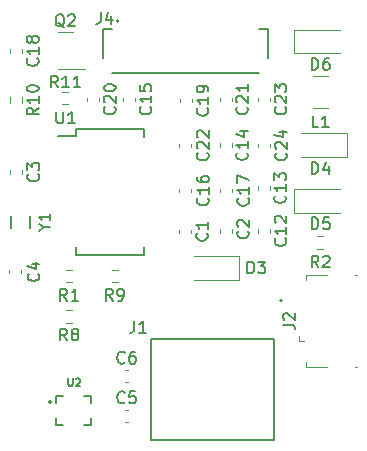
<source format=gbr>
%TF.GenerationSoftware,KiCad,Pcbnew,7.0.2*%
%TF.CreationDate,2024-01-28T17:58:16-05:00*%
%TF.ProjectId,E-INK Watch,452d494e-4b20-4576-9174-63682e6b6963,rev?*%
%TF.SameCoordinates,Original*%
%TF.FileFunction,Legend,Top*%
%TF.FilePolarity,Positive*%
%FSLAX46Y46*%
G04 Gerber Fmt 4.6, Leading zero omitted, Abs format (unit mm)*
G04 Created by KiCad (PCBNEW 7.0.2) date 2024-01-28 17:58:16*
%MOMM*%
%LPD*%
G01*
G04 APERTURE LIST*
%ADD10C,0.150000*%
%ADD11C,0.127000*%
%ADD12C,0.200000*%
%ADD13C,0.120000*%
G04 APERTURE END LIST*
D10*
X104927380Y-116392857D02*
X104975000Y-116440476D01*
X104975000Y-116440476D02*
X105022619Y-116583333D01*
X105022619Y-116583333D02*
X105022619Y-116678571D01*
X105022619Y-116678571D02*
X104975000Y-116821428D01*
X104975000Y-116821428D02*
X104879761Y-116916666D01*
X104879761Y-116916666D02*
X104784523Y-116964285D01*
X104784523Y-116964285D02*
X104594047Y-117011904D01*
X104594047Y-117011904D02*
X104451190Y-117011904D01*
X104451190Y-117011904D02*
X104260714Y-116964285D01*
X104260714Y-116964285D02*
X104165476Y-116916666D01*
X104165476Y-116916666D02*
X104070238Y-116821428D01*
X104070238Y-116821428D02*
X104022619Y-116678571D01*
X104022619Y-116678571D02*
X104022619Y-116583333D01*
X104022619Y-116583333D02*
X104070238Y-116440476D01*
X104070238Y-116440476D02*
X104117857Y-116392857D01*
X105022619Y-115440476D02*
X105022619Y-116011904D01*
X105022619Y-115726190D02*
X104022619Y-115726190D01*
X104022619Y-115726190D02*
X104165476Y-115821428D01*
X104165476Y-115821428D02*
X104260714Y-115916666D01*
X104260714Y-115916666D02*
X104308333Y-116011904D01*
X104022619Y-115107142D02*
X104022619Y-114488095D01*
X104022619Y-114488095D02*
X104403571Y-114821428D01*
X104403571Y-114821428D02*
X104403571Y-114678571D01*
X104403571Y-114678571D02*
X104451190Y-114583333D01*
X104451190Y-114583333D02*
X104498809Y-114535714D01*
X104498809Y-114535714D02*
X104594047Y-114488095D01*
X104594047Y-114488095D02*
X104832142Y-114488095D01*
X104832142Y-114488095D02*
X104927380Y-114535714D01*
X104927380Y-114535714D02*
X104975000Y-114583333D01*
X104975000Y-114583333D02*
X105022619Y-114678571D01*
X105022619Y-114678571D02*
X105022619Y-114964285D01*
X105022619Y-114964285D02*
X104975000Y-115059523D01*
X104975000Y-115059523D02*
X104927380Y-115107142D01*
%TO.C,U2*%
X86604380Y-131869676D02*
X86604380Y-132387771D01*
X86604380Y-132387771D02*
X86634857Y-132448723D01*
X86634857Y-132448723D02*
X86665333Y-132479200D01*
X86665333Y-132479200D02*
X86726285Y-132509676D01*
X86726285Y-132509676D02*
X86848190Y-132509676D01*
X86848190Y-132509676D02*
X86909142Y-132479200D01*
X86909142Y-132479200D02*
X86939619Y-132448723D01*
X86939619Y-132448723D02*
X86970095Y-132387771D01*
X86970095Y-132387771D02*
X86970095Y-131869676D01*
X87244380Y-131930628D02*
X87274856Y-131900152D01*
X87274856Y-131900152D02*
X87335809Y-131869676D01*
X87335809Y-131869676D02*
X87488190Y-131869676D01*
X87488190Y-131869676D02*
X87549142Y-131900152D01*
X87549142Y-131900152D02*
X87579618Y-131930628D01*
X87579618Y-131930628D02*
X87610095Y-131991580D01*
X87610095Y-131991580D02*
X87610095Y-132052533D01*
X87610095Y-132052533D02*
X87579618Y-132143961D01*
X87579618Y-132143961D02*
X87213904Y-132509676D01*
X87213904Y-132509676D02*
X87610095Y-132509676D01*
%TO.C,Q2*%
X86264761Y-102157857D02*
X86169523Y-102110238D01*
X86169523Y-102110238D02*
X86074285Y-102015000D01*
X86074285Y-102015000D02*
X85931428Y-101872142D01*
X85931428Y-101872142D02*
X85836190Y-101824523D01*
X85836190Y-101824523D02*
X85740952Y-101824523D01*
X85788571Y-102062619D02*
X85693333Y-102015000D01*
X85693333Y-102015000D02*
X85598095Y-101919761D01*
X85598095Y-101919761D02*
X85550476Y-101729285D01*
X85550476Y-101729285D02*
X85550476Y-101395952D01*
X85550476Y-101395952D02*
X85598095Y-101205476D01*
X85598095Y-101205476D02*
X85693333Y-101110238D01*
X85693333Y-101110238D02*
X85788571Y-101062619D01*
X85788571Y-101062619D02*
X85979047Y-101062619D01*
X85979047Y-101062619D02*
X86074285Y-101110238D01*
X86074285Y-101110238D02*
X86169523Y-101205476D01*
X86169523Y-101205476D02*
X86217142Y-101395952D01*
X86217142Y-101395952D02*
X86217142Y-101729285D01*
X86217142Y-101729285D02*
X86169523Y-101919761D01*
X86169523Y-101919761D02*
X86074285Y-102015000D01*
X86074285Y-102015000D02*
X85979047Y-102062619D01*
X85979047Y-102062619D02*
X85788571Y-102062619D01*
X86598095Y-101157857D02*
X86645714Y-101110238D01*
X86645714Y-101110238D02*
X86740952Y-101062619D01*
X86740952Y-101062619D02*
X86979047Y-101062619D01*
X86979047Y-101062619D02*
X87074285Y-101110238D01*
X87074285Y-101110238D02*
X87121904Y-101157857D01*
X87121904Y-101157857D02*
X87169523Y-101253095D01*
X87169523Y-101253095D02*
X87169523Y-101348333D01*
X87169523Y-101348333D02*
X87121904Y-101491190D01*
X87121904Y-101491190D02*
X86550476Y-102062619D01*
X86550476Y-102062619D02*
X87169523Y-102062619D01*
%TO.C,D5*%
X107211905Y-119242619D02*
X107211905Y-118242619D01*
X107211905Y-118242619D02*
X107450000Y-118242619D01*
X107450000Y-118242619D02*
X107592857Y-118290238D01*
X107592857Y-118290238D02*
X107688095Y-118385476D01*
X107688095Y-118385476D02*
X107735714Y-118480714D01*
X107735714Y-118480714D02*
X107783333Y-118671190D01*
X107783333Y-118671190D02*
X107783333Y-118814047D01*
X107783333Y-118814047D02*
X107735714Y-119004523D01*
X107735714Y-119004523D02*
X107688095Y-119099761D01*
X107688095Y-119099761D02*
X107592857Y-119195000D01*
X107592857Y-119195000D02*
X107450000Y-119242619D01*
X107450000Y-119242619D02*
X107211905Y-119242619D01*
X108688095Y-118242619D02*
X108211905Y-118242619D01*
X108211905Y-118242619D02*
X108164286Y-118718809D01*
X108164286Y-118718809D02*
X108211905Y-118671190D01*
X108211905Y-118671190D02*
X108307143Y-118623571D01*
X108307143Y-118623571D02*
X108545238Y-118623571D01*
X108545238Y-118623571D02*
X108640476Y-118671190D01*
X108640476Y-118671190D02*
X108688095Y-118718809D01*
X108688095Y-118718809D02*
X108735714Y-118814047D01*
X108735714Y-118814047D02*
X108735714Y-119052142D01*
X108735714Y-119052142D02*
X108688095Y-119147380D01*
X108688095Y-119147380D02*
X108640476Y-119195000D01*
X108640476Y-119195000D02*
X108545238Y-119242619D01*
X108545238Y-119242619D02*
X108307143Y-119242619D01*
X108307143Y-119242619D02*
X108211905Y-119195000D01*
X108211905Y-119195000D02*
X108164286Y-119147380D01*
%TO.C,C15*%
X93537380Y-108885357D02*
X93585000Y-108932976D01*
X93585000Y-108932976D02*
X93632619Y-109075833D01*
X93632619Y-109075833D02*
X93632619Y-109171071D01*
X93632619Y-109171071D02*
X93585000Y-109313928D01*
X93585000Y-109313928D02*
X93489761Y-109409166D01*
X93489761Y-109409166D02*
X93394523Y-109456785D01*
X93394523Y-109456785D02*
X93204047Y-109504404D01*
X93204047Y-109504404D02*
X93061190Y-109504404D01*
X93061190Y-109504404D02*
X92870714Y-109456785D01*
X92870714Y-109456785D02*
X92775476Y-109409166D01*
X92775476Y-109409166D02*
X92680238Y-109313928D01*
X92680238Y-109313928D02*
X92632619Y-109171071D01*
X92632619Y-109171071D02*
X92632619Y-109075833D01*
X92632619Y-109075833D02*
X92680238Y-108932976D01*
X92680238Y-108932976D02*
X92727857Y-108885357D01*
X93632619Y-107932976D02*
X93632619Y-108504404D01*
X93632619Y-108218690D02*
X92632619Y-108218690D01*
X92632619Y-108218690D02*
X92775476Y-108313928D01*
X92775476Y-108313928D02*
X92870714Y-108409166D01*
X92870714Y-108409166D02*
X92918333Y-108504404D01*
X92632619Y-107028214D02*
X92632619Y-107504404D01*
X92632619Y-107504404D02*
X93108809Y-107552023D01*
X93108809Y-107552023D02*
X93061190Y-107504404D01*
X93061190Y-107504404D02*
X93013571Y-107409166D01*
X93013571Y-107409166D02*
X93013571Y-107171071D01*
X93013571Y-107171071D02*
X93061190Y-107075833D01*
X93061190Y-107075833D02*
X93108809Y-107028214D01*
X93108809Y-107028214D02*
X93204047Y-106980595D01*
X93204047Y-106980595D02*
X93442142Y-106980595D01*
X93442142Y-106980595D02*
X93537380Y-107028214D01*
X93537380Y-107028214D02*
X93585000Y-107075833D01*
X93585000Y-107075833D02*
X93632619Y-107171071D01*
X93632619Y-107171071D02*
X93632619Y-107409166D01*
X93632619Y-107409166D02*
X93585000Y-107504404D01*
X93585000Y-107504404D02*
X93537380Y-107552023D01*
%TO.C,R1*%
X86493333Y-125282619D02*
X86160000Y-124806428D01*
X85921905Y-125282619D02*
X85921905Y-124282619D01*
X85921905Y-124282619D02*
X86302857Y-124282619D01*
X86302857Y-124282619D02*
X86398095Y-124330238D01*
X86398095Y-124330238D02*
X86445714Y-124377857D01*
X86445714Y-124377857D02*
X86493333Y-124473095D01*
X86493333Y-124473095D02*
X86493333Y-124615952D01*
X86493333Y-124615952D02*
X86445714Y-124711190D01*
X86445714Y-124711190D02*
X86398095Y-124758809D01*
X86398095Y-124758809D02*
X86302857Y-124806428D01*
X86302857Y-124806428D02*
X85921905Y-124806428D01*
X87445714Y-125282619D02*
X86874286Y-125282619D01*
X87160000Y-125282619D02*
X87160000Y-124282619D01*
X87160000Y-124282619D02*
X87064762Y-124425476D01*
X87064762Y-124425476D02*
X86969524Y-124520714D01*
X86969524Y-124520714D02*
X86874286Y-124568333D01*
%TO.C,R2*%
X107783333Y-122472619D02*
X107450000Y-121996428D01*
X107211905Y-122472619D02*
X107211905Y-121472619D01*
X107211905Y-121472619D02*
X107592857Y-121472619D01*
X107592857Y-121472619D02*
X107688095Y-121520238D01*
X107688095Y-121520238D02*
X107735714Y-121567857D01*
X107735714Y-121567857D02*
X107783333Y-121663095D01*
X107783333Y-121663095D02*
X107783333Y-121805952D01*
X107783333Y-121805952D02*
X107735714Y-121901190D01*
X107735714Y-121901190D02*
X107688095Y-121948809D01*
X107688095Y-121948809D02*
X107592857Y-121996428D01*
X107592857Y-121996428D02*
X107211905Y-121996428D01*
X108164286Y-121567857D02*
X108211905Y-121520238D01*
X108211905Y-121520238D02*
X108307143Y-121472619D01*
X108307143Y-121472619D02*
X108545238Y-121472619D01*
X108545238Y-121472619D02*
X108640476Y-121520238D01*
X108640476Y-121520238D02*
X108688095Y-121567857D01*
X108688095Y-121567857D02*
X108735714Y-121663095D01*
X108735714Y-121663095D02*
X108735714Y-121758333D01*
X108735714Y-121758333D02*
X108688095Y-121901190D01*
X108688095Y-121901190D02*
X108116667Y-122472619D01*
X108116667Y-122472619D02*
X108735714Y-122472619D01*
%TO.C,C18*%
X83987380Y-104782857D02*
X84035000Y-104830476D01*
X84035000Y-104830476D02*
X84082619Y-104973333D01*
X84082619Y-104973333D02*
X84082619Y-105068571D01*
X84082619Y-105068571D02*
X84035000Y-105211428D01*
X84035000Y-105211428D02*
X83939761Y-105306666D01*
X83939761Y-105306666D02*
X83844523Y-105354285D01*
X83844523Y-105354285D02*
X83654047Y-105401904D01*
X83654047Y-105401904D02*
X83511190Y-105401904D01*
X83511190Y-105401904D02*
X83320714Y-105354285D01*
X83320714Y-105354285D02*
X83225476Y-105306666D01*
X83225476Y-105306666D02*
X83130238Y-105211428D01*
X83130238Y-105211428D02*
X83082619Y-105068571D01*
X83082619Y-105068571D02*
X83082619Y-104973333D01*
X83082619Y-104973333D02*
X83130238Y-104830476D01*
X83130238Y-104830476D02*
X83177857Y-104782857D01*
X84082619Y-103830476D02*
X84082619Y-104401904D01*
X84082619Y-104116190D02*
X83082619Y-104116190D01*
X83082619Y-104116190D02*
X83225476Y-104211428D01*
X83225476Y-104211428D02*
X83320714Y-104306666D01*
X83320714Y-104306666D02*
X83368333Y-104401904D01*
X83511190Y-103259047D02*
X83463571Y-103354285D01*
X83463571Y-103354285D02*
X83415952Y-103401904D01*
X83415952Y-103401904D02*
X83320714Y-103449523D01*
X83320714Y-103449523D02*
X83273095Y-103449523D01*
X83273095Y-103449523D02*
X83177857Y-103401904D01*
X83177857Y-103401904D02*
X83130238Y-103354285D01*
X83130238Y-103354285D02*
X83082619Y-103259047D01*
X83082619Y-103259047D02*
X83082619Y-103068571D01*
X83082619Y-103068571D02*
X83130238Y-102973333D01*
X83130238Y-102973333D02*
X83177857Y-102925714D01*
X83177857Y-102925714D02*
X83273095Y-102878095D01*
X83273095Y-102878095D02*
X83320714Y-102878095D01*
X83320714Y-102878095D02*
X83415952Y-102925714D01*
X83415952Y-102925714D02*
X83463571Y-102973333D01*
X83463571Y-102973333D02*
X83511190Y-103068571D01*
X83511190Y-103068571D02*
X83511190Y-103259047D01*
X83511190Y-103259047D02*
X83558809Y-103354285D01*
X83558809Y-103354285D02*
X83606428Y-103401904D01*
X83606428Y-103401904D02*
X83701666Y-103449523D01*
X83701666Y-103449523D02*
X83892142Y-103449523D01*
X83892142Y-103449523D02*
X83987380Y-103401904D01*
X83987380Y-103401904D02*
X84035000Y-103354285D01*
X84035000Y-103354285D02*
X84082619Y-103259047D01*
X84082619Y-103259047D02*
X84082619Y-103068571D01*
X84082619Y-103068571D02*
X84035000Y-102973333D01*
X84035000Y-102973333D02*
X83987380Y-102925714D01*
X83987380Y-102925714D02*
X83892142Y-102878095D01*
X83892142Y-102878095D02*
X83701666Y-102878095D01*
X83701666Y-102878095D02*
X83606428Y-102925714D01*
X83606428Y-102925714D02*
X83558809Y-102973333D01*
X83558809Y-102973333D02*
X83511190Y-103068571D01*
%TO.C,C21*%
X101717380Y-108885357D02*
X101765000Y-108932976D01*
X101765000Y-108932976D02*
X101812619Y-109075833D01*
X101812619Y-109075833D02*
X101812619Y-109171071D01*
X101812619Y-109171071D02*
X101765000Y-109313928D01*
X101765000Y-109313928D02*
X101669761Y-109409166D01*
X101669761Y-109409166D02*
X101574523Y-109456785D01*
X101574523Y-109456785D02*
X101384047Y-109504404D01*
X101384047Y-109504404D02*
X101241190Y-109504404D01*
X101241190Y-109504404D02*
X101050714Y-109456785D01*
X101050714Y-109456785D02*
X100955476Y-109409166D01*
X100955476Y-109409166D02*
X100860238Y-109313928D01*
X100860238Y-109313928D02*
X100812619Y-109171071D01*
X100812619Y-109171071D02*
X100812619Y-109075833D01*
X100812619Y-109075833D02*
X100860238Y-108932976D01*
X100860238Y-108932976D02*
X100907857Y-108885357D01*
X100907857Y-108504404D02*
X100860238Y-108456785D01*
X100860238Y-108456785D02*
X100812619Y-108361547D01*
X100812619Y-108361547D02*
X100812619Y-108123452D01*
X100812619Y-108123452D02*
X100860238Y-108028214D01*
X100860238Y-108028214D02*
X100907857Y-107980595D01*
X100907857Y-107980595D02*
X101003095Y-107932976D01*
X101003095Y-107932976D02*
X101098333Y-107932976D01*
X101098333Y-107932976D02*
X101241190Y-107980595D01*
X101241190Y-107980595D02*
X101812619Y-108552023D01*
X101812619Y-108552023D02*
X101812619Y-107932976D01*
X101812619Y-106980595D02*
X101812619Y-107552023D01*
X101812619Y-107266309D02*
X100812619Y-107266309D01*
X100812619Y-107266309D02*
X100955476Y-107361547D01*
X100955476Y-107361547D02*
X101050714Y-107456785D01*
X101050714Y-107456785D02*
X101098333Y-107552023D01*
%TO.C,C12*%
X104977380Y-120022857D02*
X105025000Y-120070476D01*
X105025000Y-120070476D02*
X105072619Y-120213333D01*
X105072619Y-120213333D02*
X105072619Y-120308571D01*
X105072619Y-120308571D02*
X105025000Y-120451428D01*
X105025000Y-120451428D02*
X104929761Y-120546666D01*
X104929761Y-120546666D02*
X104834523Y-120594285D01*
X104834523Y-120594285D02*
X104644047Y-120641904D01*
X104644047Y-120641904D02*
X104501190Y-120641904D01*
X104501190Y-120641904D02*
X104310714Y-120594285D01*
X104310714Y-120594285D02*
X104215476Y-120546666D01*
X104215476Y-120546666D02*
X104120238Y-120451428D01*
X104120238Y-120451428D02*
X104072619Y-120308571D01*
X104072619Y-120308571D02*
X104072619Y-120213333D01*
X104072619Y-120213333D02*
X104120238Y-120070476D01*
X104120238Y-120070476D02*
X104167857Y-120022857D01*
X105072619Y-119070476D02*
X105072619Y-119641904D01*
X105072619Y-119356190D02*
X104072619Y-119356190D01*
X104072619Y-119356190D02*
X104215476Y-119451428D01*
X104215476Y-119451428D02*
X104310714Y-119546666D01*
X104310714Y-119546666D02*
X104358333Y-119641904D01*
X104167857Y-118689523D02*
X104120238Y-118641904D01*
X104120238Y-118641904D02*
X104072619Y-118546666D01*
X104072619Y-118546666D02*
X104072619Y-118308571D01*
X104072619Y-118308571D02*
X104120238Y-118213333D01*
X104120238Y-118213333D02*
X104167857Y-118165714D01*
X104167857Y-118165714D02*
X104263095Y-118118095D01*
X104263095Y-118118095D02*
X104358333Y-118118095D01*
X104358333Y-118118095D02*
X104501190Y-118165714D01*
X104501190Y-118165714D02*
X105072619Y-118737142D01*
X105072619Y-118737142D02*
X105072619Y-118118095D01*
%TO.C,J1*%
X92176666Y-127002619D02*
X92176666Y-127716904D01*
X92176666Y-127716904D02*
X92129047Y-127859761D01*
X92129047Y-127859761D02*
X92033809Y-127955000D01*
X92033809Y-127955000D02*
X91890952Y-128002619D01*
X91890952Y-128002619D02*
X91795714Y-128002619D01*
X93176666Y-128002619D02*
X92605238Y-128002619D01*
X92890952Y-128002619D02*
X92890952Y-127002619D01*
X92890952Y-127002619D02*
X92795714Y-127145476D01*
X92795714Y-127145476D02*
X92700476Y-127240714D01*
X92700476Y-127240714D02*
X92605238Y-127288333D01*
%TO.C,J2*%
X104800119Y-127333333D02*
X105514404Y-127333333D01*
X105514404Y-127333333D02*
X105657261Y-127380952D01*
X105657261Y-127380952D02*
X105752500Y-127476190D01*
X105752500Y-127476190D02*
X105800119Y-127619047D01*
X105800119Y-127619047D02*
X105800119Y-127714285D01*
X104895357Y-126904761D02*
X104847738Y-126857142D01*
X104847738Y-126857142D02*
X104800119Y-126761904D01*
X104800119Y-126761904D02*
X104800119Y-126523809D01*
X104800119Y-126523809D02*
X104847738Y-126428571D01*
X104847738Y-126428571D02*
X104895357Y-126380952D01*
X104895357Y-126380952D02*
X104990595Y-126333333D01*
X104990595Y-126333333D02*
X105085833Y-126333333D01*
X105085833Y-126333333D02*
X105228690Y-126380952D01*
X105228690Y-126380952D02*
X105800119Y-126952380D01*
X105800119Y-126952380D02*
X105800119Y-126333333D01*
%TO.C,R11*%
X85717142Y-107242619D02*
X85383809Y-106766428D01*
X85145714Y-107242619D02*
X85145714Y-106242619D01*
X85145714Y-106242619D02*
X85526666Y-106242619D01*
X85526666Y-106242619D02*
X85621904Y-106290238D01*
X85621904Y-106290238D02*
X85669523Y-106337857D01*
X85669523Y-106337857D02*
X85717142Y-106433095D01*
X85717142Y-106433095D02*
X85717142Y-106575952D01*
X85717142Y-106575952D02*
X85669523Y-106671190D01*
X85669523Y-106671190D02*
X85621904Y-106718809D01*
X85621904Y-106718809D02*
X85526666Y-106766428D01*
X85526666Y-106766428D02*
X85145714Y-106766428D01*
X86669523Y-107242619D02*
X86098095Y-107242619D01*
X86383809Y-107242619D02*
X86383809Y-106242619D01*
X86383809Y-106242619D02*
X86288571Y-106385476D01*
X86288571Y-106385476D02*
X86193333Y-106480714D01*
X86193333Y-106480714D02*
X86098095Y-106528333D01*
X87621904Y-107242619D02*
X87050476Y-107242619D01*
X87336190Y-107242619D02*
X87336190Y-106242619D01*
X87336190Y-106242619D02*
X87240952Y-106385476D01*
X87240952Y-106385476D02*
X87145714Y-106480714D01*
X87145714Y-106480714D02*
X87050476Y-106528333D01*
%TO.C,D3*%
X101761905Y-122982619D02*
X101761905Y-121982619D01*
X101761905Y-121982619D02*
X102000000Y-121982619D01*
X102000000Y-121982619D02*
X102142857Y-122030238D01*
X102142857Y-122030238D02*
X102238095Y-122125476D01*
X102238095Y-122125476D02*
X102285714Y-122220714D01*
X102285714Y-122220714D02*
X102333333Y-122411190D01*
X102333333Y-122411190D02*
X102333333Y-122554047D01*
X102333333Y-122554047D02*
X102285714Y-122744523D01*
X102285714Y-122744523D02*
X102238095Y-122839761D01*
X102238095Y-122839761D02*
X102142857Y-122935000D01*
X102142857Y-122935000D02*
X102000000Y-122982619D01*
X102000000Y-122982619D02*
X101761905Y-122982619D01*
X102666667Y-121982619D02*
X103285714Y-121982619D01*
X103285714Y-121982619D02*
X102952381Y-122363571D01*
X102952381Y-122363571D02*
X103095238Y-122363571D01*
X103095238Y-122363571D02*
X103190476Y-122411190D01*
X103190476Y-122411190D02*
X103238095Y-122458809D01*
X103238095Y-122458809D02*
X103285714Y-122554047D01*
X103285714Y-122554047D02*
X103285714Y-122792142D01*
X103285714Y-122792142D02*
X103238095Y-122887380D01*
X103238095Y-122887380D02*
X103190476Y-122935000D01*
X103190476Y-122935000D02*
X103095238Y-122982619D01*
X103095238Y-122982619D02*
X102809524Y-122982619D01*
X102809524Y-122982619D02*
X102714286Y-122935000D01*
X102714286Y-122935000D02*
X102666667Y-122887380D01*
%TO.C,R9*%
X90360833Y-125282619D02*
X90027500Y-124806428D01*
X89789405Y-125282619D02*
X89789405Y-124282619D01*
X89789405Y-124282619D02*
X90170357Y-124282619D01*
X90170357Y-124282619D02*
X90265595Y-124330238D01*
X90265595Y-124330238D02*
X90313214Y-124377857D01*
X90313214Y-124377857D02*
X90360833Y-124473095D01*
X90360833Y-124473095D02*
X90360833Y-124615952D01*
X90360833Y-124615952D02*
X90313214Y-124711190D01*
X90313214Y-124711190D02*
X90265595Y-124758809D01*
X90265595Y-124758809D02*
X90170357Y-124806428D01*
X90170357Y-124806428D02*
X89789405Y-124806428D01*
X90837024Y-125282619D02*
X91027500Y-125282619D01*
X91027500Y-125282619D02*
X91122738Y-125235000D01*
X91122738Y-125235000D02*
X91170357Y-125187380D01*
X91170357Y-125187380D02*
X91265595Y-125044523D01*
X91265595Y-125044523D02*
X91313214Y-124854047D01*
X91313214Y-124854047D02*
X91313214Y-124473095D01*
X91313214Y-124473095D02*
X91265595Y-124377857D01*
X91265595Y-124377857D02*
X91217976Y-124330238D01*
X91217976Y-124330238D02*
X91122738Y-124282619D01*
X91122738Y-124282619D02*
X90932262Y-124282619D01*
X90932262Y-124282619D02*
X90837024Y-124330238D01*
X90837024Y-124330238D02*
X90789405Y-124377857D01*
X90789405Y-124377857D02*
X90741786Y-124473095D01*
X90741786Y-124473095D02*
X90741786Y-124711190D01*
X90741786Y-124711190D02*
X90789405Y-124806428D01*
X90789405Y-124806428D02*
X90837024Y-124854047D01*
X90837024Y-124854047D02*
X90932262Y-124901666D01*
X90932262Y-124901666D02*
X91122738Y-124901666D01*
X91122738Y-124901666D02*
X91217976Y-124854047D01*
X91217976Y-124854047D02*
X91265595Y-124806428D01*
X91265595Y-124806428D02*
X91313214Y-124711190D01*
%TO.C,C2*%
X101797380Y-119400399D02*
X101845000Y-119448018D01*
X101845000Y-119448018D02*
X101892619Y-119590875D01*
X101892619Y-119590875D02*
X101892619Y-119686113D01*
X101892619Y-119686113D02*
X101845000Y-119828970D01*
X101845000Y-119828970D02*
X101749761Y-119924208D01*
X101749761Y-119924208D02*
X101654523Y-119971827D01*
X101654523Y-119971827D02*
X101464047Y-120019446D01*
X101464047Y-120019446D02*
X101321190Y-120019446D01*
X101321190Y-120019446D02*
X101130714Y-119971827D01*
X101130714Y-119971827D02*
X101035476Y-119924208D01*
X101035476Y-119924208D02*
X100940238Y-119828970D01*
X100940238Y-119828970D02*
X100892619Y-119686113D01*
X100892619Y-119686113D02*
X100892619Y-119590875D01*
X100892619Y-119590875D02*
X100940238Y-119448018D01*
X100940238Y-119448018D02*
X100987857Y-119400399D01*
X100987857Y-119019446D02*
X100940238Y-118971827D01*
X100940238Y-118971827D02*
X100892619Y-118876589D01*
X100892619Y-118876589D02*
X100892619Y-118638494D01*
X100892619Y-118638494D02*
X100940238Y-118543256D01*
X100940238Y-118543256D02*
X100987857Y-118495637D01*
X100987857Y-118495637D02*
X101083095Y-118448018D01*
X101083095Y-118448018D02*
X101178333Y-118448018D01*
X101178333Y-118448018D02*
X101321190Y-118495637D01*
X101321190Y-118495637D02*
X101892619Y-119067065D01*
X101892619Y-119067065D02*
X101892619Y-118448018D01*
%TO.C,C14*%
X101717380Y-112765357D02*
X101765000Y-112812976D01*
X101765000Y-112812976D02*
X101812619Y-112955833D01*
X101812619Y-112955833D02*
X101812619Y-113051071D01*
X101812619Y-113051071D02*
X101765000Y-113193928D01*
X101765000Y-113193928D02*
X101669761Y-113289166D01*
X101669761Y-113289166D02*
X101574523Y-113336785D01*
X101574523Y-113336785D02*
X101384047Y-113384404D01*
X101384047Y-113384404D02*
X101241190Y-113384404D01*
X101241190Y-113384404D02*
X101050714Y-113336785D01*
X101050714Y-113336785D02*
X100955476Y-113289166D01*
X100955476Y-113289166D02*
X100860238Y-113193928D01*
X100860238Y-113193928D02*
X100812619Y-113051071D01*
X100812619Y-113051071D02*
X100812619Y-112955833D01*
X100812619Y-112955833D02*
X100860238Y-112812976D01*
X100860238Y-112812976D02*
X100907857Y-112765357D01*
X101812619Y-111812976D02*
X101812619Y-112384404D01*
X101812619Y-112098690D02*
X100812619Y-112098690D01*
X100812619Y-112098690D02*
X100955476Y-112193928D01*
X100955476Y-112193928D02*
X101050714Y-112289166D01*
X101050714Y-112289166D02*
X101098333Y-112384404D01*
X101145952Y-110955833D02*
X101812619Y-110955833D01*
X100765000Y-111193928D02*
X101479285Y-111432023D01*
X101479285Y-111432023D02*
X101479285Y-110812976D01*
%TO.C,C19*%
X98377380Y-109000357D02*
X98425000Y-109047976D01*
X98425000Y-109047976D02*
X98472619Y-109190833D01*
X98472619Y-109190833D02*
X98472619Y-109286071D01*
X98472619Y-109286071D02*
X98425000Y-109428928D01*
X98425000Y-109428928D02*
X98329761Y-109524166D01*
X98329761Y-109524166D02*
X98234523Y-109571785D01*
X98234523Y-109571785D02*
X98044047Y-109619404D01*
X98044047Y-109619404D02*
X97901190Y-109619404D01*
X97901190Y-109619404D02*
X97710714Y-109571785D01*
X97710714Y-109571785D02*
X97615476Y-109524166D01*
X97615476Y-109524166D02*
X97520238Y-109428928D01*
X97520238Y-109428928D02*
X97472619Y-109286071D01*
X97472619Y-109286071D02*
X97472619Y-109190833D01*
X97472619Y-109190833D02*
X97520238Y-109047976D01*
X97520238Y-109047976D02*
X97567857Y-109000357D01*
X98472619Y-108047976D02*
X98472619Y-108619404D01*
X98472619Y-108333690D02*
X97472619Y-108333690D01*
X97472619Y-108333690D02*
X97615476Y-108428928D01*
X97615476Y-108428928D02*
X97710714Y-108524166D01*
X97710714Y-108524166D02*
X97758333Y-108619404D01*
X98472619Y-107571785D02*
X98472619Y-107381309D01*
X98472619Y-107381309D02*
X98425000Y-107286071D01*
X98425000Y-107286071D02*
X98377380Y-107238452D01*
X98377380Y-107238452D02*
X98234523Y-107143214D01*
X98234523Y-107143214D02*
X98044047Y-107095595D01*
X98044047Y-107095595D02*
X97663095Y-107095595D01*
X97663095Y-107095595D02*
X97567857Y-107143214D01*
X97567857Y-107143214D02*
X97520238Y-107190833D01*
X97520238Y-107190833D02*
X97472619Y-107286071D01*
X97472619Y-107286071D02*
X97472619Y-107476547D01*
X97472619Y-107476547D02*
X97520238Y-107571785D01*
X97520238Y-107571785D02*
X97567857Y-107619404D01*
X97567857Y-107619404D02*
X97663095Y-107667023D01*
X97663095Y-107667023D02*
X97901190Y-107667023D01*
X97901190Y-107667023D02*
X97996428Y-107619404D01*
X97996428Y-107619404D02*
X98044047Y-107571785D01*
X98044047Y-107571785D02*
X98091666Y-107476547D01*
X98091666Y-107476547D02*
X98091666Y-107286071D01*
X98091666Y-107286071D02*
X98044047Y-107190833D01*
X98044047Y-107190833D02*
X97996428Y-107143214D01*
X97996428Y-107143214D02*
X97901190Y-107095595D01*
%TO.C,C17*%
X101827380Y-116620357D02*
X101875000Y-116667976D01*
X101875000Y-116667976D02*
X101922619Y-116810833D01*
X101922619Y-116810833D02*
X101922619Y-116906071D01*
X101922619Y-116906071D02*
X101875000Y-117048928D01*
X101875000Y-117048928D02*
X101779761Y-117144166D01*
X101779761Y-117144166D02*
X101684523Y-117191785D01*
X101684523Y-117191785D02*
X101494047Y-117239404D01*
X101494047Y-117239404D02*
X101351190Y-117239404D01*
X101351190Y-117239404D02*
X101160714Y-117191785D01*
X101160714Y-117191785D02*
X101065476Y-117144166D01*
X101065476Y-117144166D02*
X100970238Y-117048928D01*
X100970238Y-117048928D02*
X100922619Y-116906071D01*
X100922619Y-116906071D02*
X100922619Y-116810833D01*
X100922619Y-116810833D02*
X100970238Y-116667976D01*
X100970238Y-116667976D02*
X101017857Y-116620357D01*
X101922619Y-115667976D02*
X101922619Y-116239404D01*
X101922619Y-115953690D02*
X100922619Y-115953690D01*
X100922619Y-115953690D02*
X101065476Y-116048928D01*
X101065476Y-116048928D02*
X101160714Y-116144166D01*
X101160714Y-116144166D02*
X101208333Y-116239404D01*
X100922619Y-115334642D02*
X100922619Y-114667976D01*
X100922619Y-114667976D02*
X101922619Y-115096547D01*
%TO.C,C6*%
X91373333Y-130517380D02*
X91325714Y-130565000D01*
X91325714Y-130565000D02*
X91182857Y-130612619D01*
X91182857Y-130612619D02*
X91087619Y-130612619D01*
X91087619Y-130612619D02*
X90944762Y-130565000D01*
X90944762Y-130565000D02*
X90849524Y-130469761D01*
X90849524Y-130469761D02*
X90801905Y-130374523D01*
X90801905Y-130374523D02*
X90754286Y-130184047D01*
X90754286Y-130184047D02*
X90754286Y-130041190D01*
X90754286Y-130041190D02*
X90801905Y-129850714D01*
X90801905Y-129850714D02*
X90849524Y-129755476D01*
X90849524Y-129755476D02*
X90944762Y-129660238D01*
X90944762Y-129660238D02*
X91087619Y-129612619D01*
X91087619Y-129612619D02*
X91182857Y-129612619D01*
X91182857Y-129612619D02*
X91325714Y-129660238D01*
X91325714Y-129660238D02*
X91373333Y-129707857D01*
X92230476Y-129612619D02*
X92040000Y-129612619D01*
X92040000Y-129612619D02*
X91944762Y-129660238D01*
X91944762Y-129660238D02*
X91897143Y-129707857D01*
X91897143Y-129707857D02*
X91801905Y-129850714D01*
X91801905Y-129850714D02*
X91754286Y-130041190D01*
X91754286Y-130041190D02*
X91754286Y-130422142D01*
X91754286Y-130422142D02*
X91801905Y-130517380D01*
X91801905Y-130517380D02*
X91849524Y-130565000D01*
X91849524Y-130565000D02*
X91944762Y-130612619D01*
X91944762Y-130612619D02*
X92135238Y-130612619D01*
X92135238Y-130612619D02*
X92230476Y-130565000D01*
X92230476Y-130565000D02*
X92278095Y-130517380D01*
X92278095Y-130517380D02*
X92325714Y-130422142D01*
X92325714Y-130422142D02*
X92325714Y-130184047D01*
X92325714Y-130184047D02*
X92278095Y-130088809D01*
X92278095Y-130088809D02*
X92230476Y-130041190D01*
X92230476Y-130041190D02*
X92135238Y-129993571D01*
X92135238Y-129993571D02*
X91944762Y-129993571D01*
X91944762Y-129993571D02*
X91849524Y-130041190D01*
X91849524Y-130041190D02*
X91801905Y-130088809D01*
X91801905Y-130088809D02*
X91754286Y-130184047D01*
%TO.C,C16*%
X98397380Y-116605357D02*
X98445000Y-116652976D01*
X98445000Y-116652976D02*
X98492619Y-116795833D01*
X98492619Y-116795833D02*
X98492619Y-116891071D01*
X98492619Y-116891071D02*
X98445000Y-117033928D01*
X98445000Y-117033928D02*
X98349761Y-117129166D01*
X98349761Y-117129166D02*
X98254523Y-117176785D01*
X98254523Y-117176785D02*
X98064047Y-117224404D01*
X98064047Y-117224404D02*
X97921190Y-117224404D01*
X97921190Y-117224404D02*
X97730714Y-117176785D01*
X97730714Y-117176785D02*
X97635476Y-117129166D01*
X97635476Y-117129166D02*
X97540238Y-117033928D01*
X97540238Y-117033928D02*
X97492619Y-116891071D01*
X97492619Y-116891071D02*
X97492619Y-116795833D01*
X97492619Y-116795833D02*
X97540238Y-116652976D01*
X97540238Y-116652976D02*
X97587857Y-116605357D01*
X98492619Y-115652976D02*
X98492619Y-116224404D01*
X98492619Y-115938690D02*
X97492619Y-115938690D01*
X97492619Y-115938690D02*
X97635476Y-116033928D01*
X97635476Y-116033928D02*
X97730714Y-116129166D01*
X97730714Y-116129166D02*
X97778333Y-116224404D01*
X97492619Y-114795833D02*
X97492619Y-114986309D01*
X97492619Y-114986309D02*
X97540238Y-115081547D01*
X97540238Y-115081547D02*
X97587857Y-115129166D01*
X97587857Y-115129166D02*
X97730714Y-115224404D01*
X97730714Y-115224404D02*
X97921190Y-115272023D01*
X97921190Y-115272023D02*
X98302142Y-115272023D01*
X98302142Y-115272023D02*
X98397380Y-115224404D01*
X98397380Y-115224404D02*
X98445000Y-115176785D01*
X98445000Y-115176785D02*
X98492619Y-115081547D01*
X98492619Y-115081547D02*
X98492619Y-114891071D01*
X98492619Y-114891071D02*
X98445000Y-114795833D01*
X98445000Y-114795833D02*
X98397380Y-114748214D01*
X98397380Y-114748214D02*
X98302142Y-114700595D01*
X98302142Y-114700595D02*
X98064047Y-114700595D01*
X98064047Y-114700595D02*
X97968809Y-114748214D01*
X97968809Y-114748214D02*
X97921190Y-114795833D01*
X97921190Y-114795833D02*
X97873571Y-114891071D01*
X97873571Y-114891071D02*
X97873571Y-115081547D01*
X97873571Y-115081547D02*
X97921190Y-115176785D01*
X97921190Y-115176785D02*
X97968809Y-115224404D01*
X97968809Y-115224404D02*
X98064047Y-115272023D01*
%TO.C,R8*%
X86493333Y-128662619D02*
X86160000Y-128186428D01*
X85921905Y-128662619D02*
X85921905Y-127662619D01*
X85921905Y-127662619D02*
X86302857Y-127662619D01*
X86302857Y-127662619D02*
X86398095Y-127710238D01*
X86398095Y-127710238D02*
X86445714Y-127757857D01*
X86445714Y-127757857D02*
X86493333Y-127853095D01*
X86493333Y-127853095D02*
X86493333Y-127995952D01*
X86493333Y-127995952D02*
X86445714Y-128091190D01*
X86445714Y-128091190D02*
X86398095Y-128138809D01*
X86398095Y-128138809D02*
X86302857Y-128186428D01*
X86302857Y-128186428D02*
X85921905Y-128186428D01*
X87064762Y-128091190D02*
X86969524Y-128043571D01*
X86969524Y-128043571D02*
X86921905Y-127995952D01*
X86921905Y-127995952D02*
X86874286Y-127900714D01*
X86874286Y-127900714D02*
X86874286Y-127853095D01*
X86874286Y-127853095D02*
X86921905Y-127757857D01*
X86921905Y-127757857D02*
X86969524Y-127710238D01*
X86969524Y-127710238D02*
X87064762Y-127662619D01*
X87064762Y-127662619D02*
X87255238Y-127662619D01*
X87255238Y-127662619D02*
X87350476Y-127710238D01*
X87350476Y-127710238D02*
X87398095Y-127757857D01*
X87398095Y-127757857D02*
X87445714Y-127853095D01*
X87445714Y-127853095D02*
X87445714Y-127900714D01*
X87445714Y-127900714D02*
X87398095Y-127995952D01*
X87398095Y-127995952D02*
X87350476Y-128043571D01*
X87350476Y-128043571D02*
X87255238Y-128091190D01*
X87255238Y-128091190D02*
X87064762Y-128091190D01*
X87064762Y-128091190D02*
X86969524Y-128138809D01*
X86969524Y-128138809D02*
X86921905Y-128186428D01*
X86921905Y-128186428D02*
X86874286Y-128281666D01*
X86874286Y-128281666D02*
X86874286Y-128472142D01*
X86874286Y-128472142D02*
X86921905Y-128567380D01*
X86921905Y-128567380D02*
X86969524Y-128615000D01*
X86969524Y-128615000D02*
X87064762Y-128662619D01*
X87064762Y-128662619D02*
X87255238Y-128662619D01*
X87255238Y-128662619D02*
X87350476Y-128615000D01*
X87350476Y-128615000D02*
X87398095Y-128567380D01*
X87398095Y-128567380D02*
X87445714Y-128472142D01*
X87445714Y-128472142D02*
X87445714Y-128281666D01*
X87445714Y-128281666D02*
X87398095Y-128186428D01*
X87398095Y-128186428D02*
X87350476Y-128138809D01*
X87350476Y-128138809D02*
X87255238Y-128091190D01*
%TO.C,J4*%
X89336666Y-100862619D02*
X89336666Y-101576904D01*
X89336666Y-101576904D02*
X89289047Y-101719761D01*
X89289047Y-101719761D02*
X89193809Y-101815000D01*
X89193809Y-101815000D02*
X89050952Y-101862619D01*
X89050952Y-101862619D02*
X88955714Y-101862619D01*
X90241428Y-101195952D02*
X90241428Y-101862619D01*
X90003333Y-100815000D02*
X89765238Y-101529285D01*
X89765238Y-101529285D02*
X90384285Y-101529285D01*
%TO.C,D6*%
X107211905Y-105742619D02*
X107211905Y-104742619D01*
X107211905Y-104742619D02*
X107450000Y-104742619D01*
X107450000Y-104742619D02*
X107592857Y-104790238D01*
X107592857Y-104790238D02*
X107688095Y-104885476D01*
X107688095Y-104885476D02*
X107735714Y-104980714D01*
X107735714Y-104980714D02*
X107783333Y-105171190D01*
X107783333Y-105171190D02*
X107783333Y-105314047D01*
X107783333Y-105314047D02*
X107735714Y-105504523D01*
X107735714Y-105504523D02*
X107688095Y-105599761D01*
X107688095Y-105599761D02*
X107592857Y-105695000D01*
X107592857Y-105695000D02*
X107450000Y-105742619D01*
X107450000Y-105742619D02*
X107211905Y-105742619D01*
X108640476Y-104742619D02*
X108450000Y-104742619D01*
X108450000Y-104742619D02*
X108354762Y-104790238D01*
X108354762Y-104790238D02*
X108307143Y-104837857D01*
X108307143Y-104837857D02*
X108211905Y-104980714D01*
X108211905Y-104980714D02*
X108164286Y-105171190D01*
X108164286Y-105171190D02*
X108164286Y-105552142D01*
X108164286Y-105552142D02*
X108211905Y-105647380D01*
X108211905Y-105647380D02*
X108259524Y-105695000D01*
X108259524Y-105695000D02*
X108354762Y-105742619D01*
X108354762Y-105742619D02*
X108545238Y-105742619D01*
X108545238Y-105742619D02*
X108640476Y-105695000D01*
X108640476Y-105695000D02*
X108688095Y-105647380D01*
X108688095Y-105647380D02*
X108735714Y-105552142D01*
X108735714Y-105552142D02*
X108735714Y-105314047D01*
X108735714Y-105314047D02*
X108688095Y-105218809D01*
X108688095Y-105218809D02*
X108640476Y-105171190D01*
X108640476Y-105171190D02*
X108545238Y-105123571D01*
X108545238Y-105123571D02*
X108354762Y-105123571D01*
X108354762Y-105123571D02*
X108259524Y-105171190D01*
X108259524Y-105171190D02*
X108211905Y-105218809D01*
X108211905Y-105218809D02*
X108164286Y-105314047D01*
%TO.C,C3*%
X84047380Y-114579166D02*
X84095000Y-114626785D01*
X84095000Y-114626785D02*
X84142619Y-114769642D01*
X84142619Y-114769642D02*
X84142619Y-114864880D01*
X84142619Y-114864880D02*
X84095000Y-115007737D01*
X84095000Y-115007737D02*
X83999761Y-115102975D01*
X83999761Y-115102975D02*
X83904523Y-115150594D01*
X83904523Y-115150594D02*
X83714047Y-115198213D01*
X83714047Y-115198213D02*
X83571190Y-115198213D01*
X83571190Y-115198213D02*
X83380714Y-115150594D01*
X83380714Y-115150594D02*
X83285476Y-115102975D01*
X83285476Y-115102975D02*
X83190238Y-115007737D01*
X83190238Y-115007737D02*
X83142619Y-114864880D01*
X83142619Y-114864880D02*
X83142619Y-114769642D01*
X83142619Y-114769642D02*
X83190238Y-114626785D01*
X83190238Y-114626785D02*
X83237857Y-114579166D01*
X83142619Y-114245832D02*
X83142619Y-113626785D01*
X83142619Y-113626785D02*
X83523571Y-113960118D01*
X83523571Y-113960118D02*
X83523571Y-113817261D01*
X83523571Y-113817261D02*
X83571190Y-113722023D01*
X83571190Y-113722023D02*
X83618809Y-113674404D01*
X83618809Y-113674404D02*
X83714047Y-113626785D01*
X83714047Y-113626785D02*
X83952142Y-113626785D01*
X83952142Y-113626785D02*
X84047380Y-113674404D01*
X84047380Y-113674404D02*
X84095000Y-113722023D01*
X84095000Y-113722023D02*
X84142619Y-113817261D01*
X84142619Y-113817261D02*
X84142619Y-114102975D01*
X84142619Y-114102975D02*
X84095000Y-114198213D01*
X84095000Y-114198213D02*
X84047380Y-114245832D01*
%TO.C,C23*%
X104967380Y-108885357D02*
X105015000Y-108932976D01*
X105015000Y-108932976D02*
X105062619Y-109075833D01*
X105062619Y-109075833D02*
X105062619Y-109171071D01*
X105062619Y-109171071D02*
X105015000Y-109313928D01*
X105015000Y-109313928D02*
X104919761Y-109409166D01*
X104919761Y-109409166D02*
X104824523Y-109456785D01*
X104824523Y-109456785D02*
X104634047Y-109504404D01*
X104634047Y-109504404D02*
X104491190Y-109504404D01*
X104491190Y-109504404D02*
X104300714Y-109456785D01*
X104300714Y-109456785D02*
X104205476Y-109409166D01*
X104205476Y-109409166D02*
X104110238Y-109313928D01*
X104110238Y-109313928D02*
X104062619Y-109171071D01*
X104062619Y-109171071D02*
X104062619Y-109075833D01*
X104062619Y-109075833D02*
X104110238Y-108932976D01*
X104110238Y-108932976D02*
X104157857Y-108885357D01*
X104157857Y-108504404D02*
X104110238Y-108456785D01*
X104110238Y-108456785D02*
X104062619Y-108361547D01*
X104062619Y-108361547D02*
X104062619Y-108123452D01*
X104062619Y-108123452D02*
X104110238Y-108028214D01*
X104110238Y-108028214D02*
X104157857Y-107980595D01*
X104157857Y-107980595D02*
X104253095Y-107932976D01*
X104253095Y-107932976D02*
X104348333Y-107932976D01*
X104348333Y-107932976D02*
X104491190Y-107980595D01*
X104491190Y-107980595D02*
X105062619Y-108552023D01*
X105062619Y-108552023D02*
X105062619Y-107932976D01*
X104062619Y-107599642D02*
X104062619Y-106980595D01*
X104062619Y-106980595D02*
X104443571Y-107313928D01*
X104443571Y-107313928D02*
X104443571Y-107171071D01*
X104443571Y-107171071D02*
X104491190Y-107075833D01*
X104491190Y-107075833D02*
X104538809Y-107028214D01*
X104538809Y-107028214D02*
X104634047Y-106980595D01*
X104634047Y-106980595D02*
X104872142Y-106980595D01*
X104872142Y-106980595D02*
X104967380Y-107028214D01*
X104967380Y-107028214D02*
X105015000Y-107075833D01*
X105015000Y-107075833D02*
X105062619Y-107171071D01*
X105062619Y-107171071D02*
X105062619Y-107456785D01*
X105062619Y-107456785D02*
X105015000Y-107552023D01*
X105015000Y-107552023D02*
X104967380Y-107599642D01*
%TO.C,C22*%
X98385980Y-112783857D02*
X98433600Y-112831476D01*
X98433600Y-112831476D02*
X98481219Y-112974333D01*
X98481219Y-112974333D02*
X98481219Y-113069571D01*
X98481219Y-113069571D02*
X98433600Y-113212428D01*
X98433600Y-113212428D02*
X98338361Y-113307666D01*
X98338361Y-113307666D02*
X98243123Y-113355285D01*
X98243123Y-113355285D02*
X98052647Y-113402904D01*
X98052647Y-113402904D02*
X97909790Y-113402904D01*
X97909790Y-113402904D02*
X97719314Y-113355285D01*
X97719314Y-113355285D02*
X97624076Y-113307666D01*
X97624076Y-113307666D02*
X97528838Y-113212428D01*
X97528838Y-113212428D02*
X97481219Y-113069571D01*
X97481219Y-113069571D02*
X97481219Y-112974333D01*
X97481219Y-112974333D02*
X97528838Y-112831476D01*
X97528838Y-112831476D02*
X97576457Y-112783857D01*
X97576457Y-112402904D02*
X97528838Y-112355285D01*
X97528838Y-112355285D02*
X97481219Y-112260047D01*
X97481219Y-112260047D02*
X97481219Y-112021952D01*
X97481219Y-112021952D02*
X97528838Y-111926714D01*
X97528838Y-111926714D02*
X97576457Y-111879095D01*
X97576457Y-111879095D02*
X97671695Y-111831476D01*
X97671695Y-111831476D02*
X97766933Y-111831476D01*
X97766933Y-111831476D02*
X97909790Y-111879095D01*
X97909790Y-111879095D02*
X98481219Y-112450523D01*
X98481219Y-112450523D02*
X98481219Y-111831476D01*
X97576457Y-111450523D02*
X97528838Y-111402904D01*
X97528838Y-111402904D02*
X97481219Y-111307666D01*
X97481219Y-111307666D02*
X97481219Y-111069571D01*
X97481219Y-111069571D02*
X97528838Y-110974333D01*
X97528838Y-110974333D02*
X97576457Y-110926714D01*
X97576457Y-110926714D02*
X97671695Y-110879095D01*
X97671695Y-110879095D02*
X97766933Y-110879095D01*
X97766933Y-110879095D02*
X97909790Y-110926714D01*
X97909790Y-110926714D02*
X98481219Y-111498142D01*
X98481219Y-111498142D02*
X98481219Y-110879095D01*
%TO.C,Y1*%
X84577242Y-119077660D02*
X85024903Y-119077660D01*
X84084816Y-119391022D02*
X84577242Y-119077660D01*
X84577242Y-119077660D02*
X84084816Y-118764298D01*
X85024903Y-117958509D02*
X85024903Y-118495701D01*
X85024903Y-118227105D02*
X84084816Y-118227105D01*
X84084816Y-118227105D02*
X84219114Y-118316637D01*
X84219114Y-118316637D02*
X84308646Y-118406169D01*
X84308646Y-118406169D02*
X84353412Y-118495701D01*
%TO.C,U1*%
X85598095Y-109282619D02*
X85598095Y-110092142D01*
X85598095Y-110092142D02*
X85645714Y-110187380D01*
X85645714Y-110187380D02*
X85693333Y-110235000D01*
X85693333Y-110235000D02*
X85788571Y-110282619D01*
X85788571Y-110282619D02*
X85979047Y-110282619D01*
X85979047Y-110282619D02*
X86074285Y-110235000D01*
X86074285Y-110235000D02*
X86121904Y-110187380D01*
X86121904Y-110187380D02*
X86169523Y-110092142D01*
X86169523Y-110092142D02*
X86169523Y-109282619D01*
X87169523Y-110282619D02*
X86598095Y-110282619D01*
X86883809Y-110282619D02*
X86883809Y-109282619D01*
X86883809Y-109282619D02*
X86788571Y-109425476D01*
X86788571Y-109425476D02*
X86693333Y-109520714D01*
X86693333Y-109520714D02*
X86598095Y-109568333D01*
%TO.C,R10*%
X84082619Y-108950357D02*
X83606428Y-109283690D01*
X84082619Y-109521785D02*
X83082619Y-109521785D01*
X83082619Y-109521785D02*
X83082619Y-109140833D01*
X83082619Y-109140833D02*
X83130238Y-109045595D01*
X83130238Y-109045595D02*
X83177857Y-108997976D01*
X83177857Y-108997976D02*
X83273095Y-108950357D01*
X83273095Y-108950357D02*
X83415952Y-108950357D01*
X83415952Y-108950357D02*
X83511190Y-108997976D01*
X83511190Y-108997976D02*
X83558809Y-109045595D01*
X83558809Y-109045595D02*
X83606428Y-109140833D01*
X83606428Y-109140833D02*
X83606428Y-109521785D01*
X84082619Y-107997976D02*
X84082619Y-108569404D01*
X84082619Y-108283690D02*
X83082619Y-108283690D01*
X83082619Y-108283690D02*
X83225476Y-108378928D01*
X83225476Y-108378928D02*
X83320714Y-108474166D01*
X83320714Y-108474166D02*
X83368333Y-108569404D01*
X83082619Y-107378928D02*
X83082619Y-107283690D01*
X83082619Y-107283690D02*
X83130238Y-107188452D01*
X83130238Y-107188452D02*
X83177857Y-107140833D01*
X83177857Y-107140833D02*
X83273095Y-107093214D01*
X83273095Y-107093214D02*
X83463571Y-107045595D01*
X83463571Y-107045595D02*
X83701666Y-107045595D01*
X83701666Y-107045595D02*
X83892142Y-107093214D01*
X83892142Y-107093214D02*
X83987380Y-107140833D01*
X83987380Y-107140833D02*
X84035000Y-107188452D01*
X84035000Y-107188452D02*
X84082619Y-107283690D01*
X84082619Y-107283690D02*
X84082619Y-107378928D01*
X84082619Y-107378928D02*
X84035000Y-107474166D01*
X84035000Y-107474166D02*
X83987380Y-107521785D01*
X83987380Y-107521785D02*
X83892142Y-107569404D01*
X83892142Y-107569404D02*
X83701666Y-107617023D01*
X83701666Y-107617023D02*
X83463571Y-107617023D01*
X83463571Y-107617023D02*
X83273095Y-107569404D01*
X83273095Y-107569404D02*
X83177857Y-107521785D01*
X83177857Y-107521785D02*
X83130238Y-107474166D01*
X83130238Y-107474166D02*
X83082619Y-107378928D01*
%TO.C,C4*%
X84067380Y-123006666D02*
X84115000Y-123054285D01*
X84115000Y-123054285D02*
X84162619Y-123197142D01*
X84162619Y-123197142D02*
X84162619Y-123292380D01*
X84162619Y-123292380D02*
X84115000Y-123435237D01*
X84115000Y-123435237D02*
X84019761Y-123530475D01*
X84019761Y-123530475D02*
X83924523Y-123578094D01*
X83924523Y-123578094D02*
X83734047Y-123625713D01*
X83734047Y-123625713D02*
X83591190Y-123625713D01*
X83591190Y-123625713D02*
X83400714Y-123578094D01*
X83400714Y-123578094D02*
X83305476Y-123530475D01*
X83305476Y-123530475D02*
X83210238Y-123435237D01*
X83210238Y-123435237D02*
X83162619Y-123292380D01*
X83162619Y-123292380D02*
X83162619Y-123197142D01*
X83162619Y-123197142D02*
X83210238Y-123054285D01*
X83210238Y-123054285D02*
X83257857Y-123006666D01*
X83495952Y-122149523D02*
X84162619Y-122149523D01*
X83115000Y-122387618D02*
X83829285Y-122625713D01*
X83829285Y-122625713D02*
X83829285Y-122006666D01*
%TO.C,C24*%
X105007380Y-112802857D02*
X105055000Y-112850476D01*
X105055000Y-112850476D02*
X105102619Y-112993333D01*
X105102619Y-112993333D02*
X105102619Y-113088571D01*
X105102619Y-113088571D02*
X105055000Y-113231428D01*
X105055000Y-113231428D02*
X104959761Y-113326666D01*
X104959761Y-113326666D02*
X104864523Y-113374285D01*
X104864523Y-113374285D02*
X104674047Y-113421904D01*
X104674047Y-113421904D02*
X104531190Y-113421904D01*
X104531190Y-113421904D02*
X104340714Y-113374285D01*
X104340714Y-113374285D02*
X104245476Y-113326666D01*
X104245476Y-113326666D02*
X104150238Y-113231428D01*
X104150238Y-113231428D02*
X104102619Y-113088571D01*
X104102619Y-113088571D02*
X104102619Y-112993333D01*
X104102619Y-112993333D02*
X104150238Y-112850476D01*
X104150238Y-112850476D02*
X104197857Y-112802857D01*
X104197857Y-112421904D02*
X104150238Y-112374285D01*
X104150238Y-112374285D02*
X104102619Y-112279047D01*
X104102619Y-112279047D02*
X104102619Y-112040952D01*
X104102619Y-112040952D02*
X104150238Y-111945714D01*
X104150238Y-111945714D02*
X104197857Y-111898095D01*
X104197857Y-111898095D02*
X104293095Y-111850476D01*
X104293095Y-111850476D02*
X104388333Y-111850476D01*
X104388333Y-111850476D02*
X104531190Y-111898095D01*
X104531190Y-111898095D02*
X105102619Y-112469523D01*
X105102619Y-112469523D02*
X105102619Y-111850476D01*
X104435952Y-110993333D02*
X105102619Y-110993333D01*
X104055000Y-111231428D02*
X104769285Y-111469523D01*
X104769285Y-111469523D02*
X104769285Y-110850476D01*
%TO.C,C1*%
X98317380Y-119584166D02*
X98365000Y-119631785D01*
X98365000Y-119631785D02*
X98412619Y-119774642D01*
X98412619Y-119774642D02*
X98412619Y-119869880D01*
X98412619Y-119869880D02*
X98365000Y-120012737D01*
X98365000Y-120012737D02*
X98269761Y-120107975D01*
X98269761Y-120107975D02*
X98174523Y-120155594D01*
X98174523Y-120155594D02*
X97984047Y-120203213D01*
X97984047Y-120203213D02*
X97841190Y-120203213D01*
X97841190Y-120203213D02*
X97650714Y-120155594D01*
X97650714Y-120155594D02*
X97555476Y-120107975D01*
X97555476Y-120107975D02*
X97460238Y-120012737D01*
X97460238Y-120012737D02*
X97412619Y-119869880D01*
X97412619Y-119869880D02*
X97412619Y-119774642D01*
X97412619Y-119774642D02*
X97460238Y-119631785D01*
X97460238Y-119631785D02*
X97507857Y-119584166D01*
X98412619Y-118631785D02*
X98412619Y-119203213D01*
X98412619Y-118917499D02*
X97412619Y-118917499D01*
X97412619Y-118917499D02*
X97555476Y-119012737D01*
X97555476Y-119012737D02*
X97650714Y-119107975D01*
X97650714Y-119107975D02*
X97698333Y-119203213D01*
%TO.C,D4*%
X107211905Y-114562619D02*
X107211905Y-113562619D01*
X107211905Y-113562619D02*
X107450000Y-113562619D01*
X107450000Y-113562619D02*
X107592857Y-113610238D01*
X107592857Y-113610238D02*
X107688095Y-113705476D01*
X107688095Y-113705476D02*
X107735714Y-113800714D01*
X107735714Y-113800714D02*
X107783333Y-113991190D01*
X107783333Y-113991190D02*
X107783333Y-114134047D01*
X107783333Y-114134047D02*
X107735714Y-114324523D01*
X107735714Y-114324523D02*
X107688095Y-114419761D01*
X107688095Y-114419761D02*
X107592857Y-114515000D01*
X107592857Y-114515000D02*
X107450000Y-114562619D01*
X107450000Y-114562619D02*
X107211905Y-114562619D01*
X108640476Y-113895952D02*
X108640476Y-114562619D01*
X108402381Y-113515000D02*
X108164286Y-114229285D01*
X108164286Y-114229285D02*
X108783333Y-114229285D01*
%TO.C,C20*%
X90507380Y-108885357D02*
X90555000Y-108932976D01*
X90555000Y-108932976D02*
X90602619Y-109075833D01*
X90602619Y-109075833D02*
X90602619Y-109171071D01*
X90602619Y-109171071D02*
X90555000Y-109313928D01*
X90555000Y-109313928D02*
X90459761Y-109409166D01*
X90459761Y-109409166D02*
X90364523Y-109456785D01*
X90364523Y-109456785D02*
X90174047Y-109504404D01*
X90174047Y-109504404D02*
X90031190Y-109504404D01*
X90031190Y-109504404D02*
X89840714Y-109456785D01*
X89840714Y-109456785D02*
X89745476Y-109409166D01*
X89745476Y-109409166D02*
X89650238Y-109313928D01*
X89650238Y-109313928D02*
X89602619Y-109171071D01*
X89602619Y-109171071D02*
X89602619Y-109075833D01*
X89602619Y-109075833D02*
X89650238Y-108932976D01*
X89650238Y-108932976D02*
X89697857Y-108885357D01*
X89697857Y-108504404D02*
X89650238Y-108456785D01*
X89650238Y-108456785D02*
X89602619Y-108361547D01*
X89602619Y-108361547D02*
X89602619Y-108123452D01*
X89602619Y-108123452D02*
X89650238Y-108028214D01*
X89650238Y-108028214D02*
X89697857Y-107980595D01*
X89697857Y-107980595D02*
X89793095Y-107932976D01*
X89793095Y-107932976D02*
X89888333Y-107932976D01*
X89888333Y-107932976D02*
X90031190Y-107980595D01*
X90031190Y-107980595D02*
X90602619Y-108552023D01*
X90602619Y-108552023D02*
X90602619Y-107932976D01*
X89602619Y-107313928D02*
X89602619Y-107218690D01*
X89602619Y-107218690D02*
X89650238Y-107123452D01*
X89650238Y-107123452D02*
X89697857Y-107075833D01*
X89697857Y-107075833D02*
X89793095Y-107028214D01*
X89793095Y-107028214D02*
X89983571Y-106980595D01*
X89983571Y-106980595D02*
X90221666Y-106980595D01*
X90221666Y-106980595D02*
X90412142Y-107028214D01*
X90412142Y-107028214D02*
X90507380Y-107075833D01*
X90507380Y-107075833D02*
X90555000Y-107123452D01*
X90555000Y-107123452D02*
X90602619Y-107218690D01*
X90602619Y-107218690D02*
X90602619Y-107313928D01*
X90602619Y-107313928D02*
X90555000Y-107409166D01*
X90555000Y-107409166D02*
X90507380Y-107456785D01*
X90507380Y-107456785D02*
X90412142Y-107504404D01*
X90412142Y-107504404D02*
X90221666Y-107552023D01*
X90221666Y-107552023D02*
X89983571Y-107552023D01*
X89983571Y-107552023D02*
X89793095Y-107504404D01*
X89793095Y-107504404D02*
X89697857Y-107456785D01*
X89697857Y-107456785D02*
X89650238Y-107409166D01*
X89650238Y-107409166D02*
X89602619Y-107313928D01*
%TO.C,L1*%
X107783333Y-110622619D02*
X107307143Y-110622619D01*
X107307143Y-110622619D02*
X107307143Y-109622619D01*
X108640476Y-110622619D02*
X108069048Y-110622619D01*
X108354762Y-110622619D02*
X108354762Y-109622619D01*
X108354762Y-109622619D02*
X108259524Y-109765476D01*
X108259524Y-109765476D02*
X108164286Y-109860714D01*
X108164286Y-109860714D02*
X108069048Y-109908333D01*
%TO.C,C5*%
X91373333Y-133887380D02*
X91325714Y-133935000D01*
X91325714Y-133935000D02*
X91182857Y-133982619D01*
X91182857Y-133982619D02*
X91087619Y-133982619D01*
X91087619Y-133982619D02*
X90944762Y-133935000D01*
X90944762Y-133935000D02*
X90849524Y-133839761D01*
X90849524Y-133839761D02*
X90801905Y-133744523D01*
X90801905Y-133744523D02*
X90754286Y-133554047D01*
X90754286Y-133554047D02*
X90754286Y-133411190D01*
X90754286Y-133411190D02*
X90801905Y-133220714D01*
X90801905Y-133220714D02*
X90849524Y-133125476D01*
X90849524Y-133125476D02*
X90944762Y-133030238D01*
X90944762Y-133030238D02*
X91087619Y-132982619D01*
X91087619Y-132982619D02*
X91182857Y-132982619D01*
X91182857Y-132982619D02*
X91325714Y-133030238D01*
X91325714Y-133030238D02*
X91373333Y-133077857D01*
X92278095Y-132982619D02*
X91801905Y-132982619D01*
X91801905Y-132982619D02*
X91754286Y-133458809D01*
X91754286Y-133458809D02*
X91801905Y-133411190D01*
X91801905Y-133411190D02*
X91897143Y-133363571D01*
X91897143Y-133363571D02*
X92135238Y-133363571D01*
X92135238Y-133363571D02*
X92230476Y-133411190D01*
X92230476Y-133411190D02*
X92278095Y-133458809D01*
X92278095Y-133458809D02*
X92325714Y-133554047D01*
X92325714Y-133554047D02*
X92325714Y-133792142D01*
X92325714Y-133792142D02*
X92278095Y-133887380D01*
X92278095Y-133887380D02*
X92230476Y-133935000D01*
X92230476Y-133935000D02*
X92135238Y-133982619D01*
X92135238Y-133982619D02*
X91897143Y-133982619D01*
X91897143Y-133982619D02*
X91801905Y-133935000D01*
X91801905Y-133935000D02*
X91754286Y-133887380D01*
D11*
%TO.C,U2*%
X85596500Y-133985000D02*
X85596500Y-133406500D01*
X85596500Y-135833500D02*
X85596500Y-135255000D01*
X86175000Y-133406500D02*
X85596500Y-133406500D01*
X86175000Y-135833500D02*
X85596500Y-135833500D01*
X88523500Y-133406500D02*
X87945000Y-133406500D01*
X88523500Y-133985000D02*
X88523500Y-133406500D01*
X88523500Y-135833500D02*
X87945000Y-135833500D01*
X88523500Y-135833500D02*
X88523500Y-135255000D01*
D12*
X85160000Y-133870000D02*
G75*
G03*
X85160000Y-133870000I-100000J0D01*
G01*
D13*
%TO.C,Q2*%
X86360000Y-105700000D02*
X88035000Y-105700000D01*
X86360000Y-105700000D02*
X85710000Y-105700000D01*
X86360000Y-102580000D02*
X87010000Y-102580000D01*
X86360000Y-102580000D02*
X85710000Y-102580000D01*
%TO.C,D5*%
X105700000Y-115840000D02*
X105700000Y-117840000D01*
X105700000Y-115840000D02*
X109600000Y-115840000D01*
X105700000Y-117840000D02*
X109600000Y-117840000D01*
%TO.C,C15*%
X92250000Y-108096233D02*
X92250000Y-108388767D01*
X91230000Y-108096233D02*
X91230000Y-108388767D01*
%TO.C,R1*%
X86914724Y-123712500D02*
X86405276Y-123712500D01*
X86914724Y-122667500D02*
X86405276Y-122667500D01*
%TO.C,R2*%
X108204724Y-120902500D02*
X107695276Y-120902500D01*
X108204724Y-119857500D02*
X107695276Y-119857500D01*
%TO.C,C18*%
X81640000Y-104286267D02*
X81640000Y-103993733D01*
X82660000Y-104286267D02*
X82660000Y-103993733D01*
%TO.C,C21*%
X100430000Y-108096233D02*
X100430000Y-108388767D01*
X99410000Y-108096233D02*
X99410000Y-108388767D01*
%TO.C,C12*%
X102630000Y-119526267D02*
X102630000Y-119233733D01*
X103650000Y-119526267D02*
X103650000Y-119233733D01*
D11*
%TO.C,J1*%
X103985000Y-137047500D02*
X103985000Y-128547500D01*
X103985000Y-128547500D02*
X93575000Y-128547500D01*
X93575000Y-137047500D02*
X103985000Y-137047500D01*
X93575000Y-128547500D02*
X93575000Y-137047500D01*
D12*
X104720000Y-125272500D02*
G75*
G03*
X104720000Y-125272500I-100000J0D01*
G01*
D13*
%TO.C,J2*%
X106687500Y-130900000D02*
X106687500Y-130450000D01*
X108537500Y-130900000D02*
X106687500Y-130900000D01*
X111087500Y-130900000D02*
X110837500Y-130900000D01*
X106137500Y-128700000D02*
X106587500Y-128700000D01*
X106137500Y-128700000D02*
X106137500Y-128250000D01*
X106687500Y-123100000D02*
X106687500Y-123550000D01*
X108537500Y-123100000D02*
X106687500Y-123100000D01*
X111087500Y-123100000D02*
X110837500Y-123100000D01*
%TO.C,R11*%
X86614724Y-108672500D02*
X86105276Y-108672500D01*
X86614724Y-107627500D02*
X86105276Y-107627500D01*
%TO.C,D3*%
X101060000Y-123520000D02*
X101060000Y-121520000D01*
X101060000Y-123520000D02*
X97210000Y-123520000D01*
X101060000Y-121520000D02*
X97210000Y-121520000D01*
%TO.C,R9*%
X90782224Y-123712500D02*
X90272776Y-123712500D01*
X90782224Y-122667500D02*
X90272776Y-122667500D01*
%TO.C,C2*%
X100470000Y-119233733D02*
X100470000Y-119526267D01*
X99450000Y-119233733D02*
X99450000Y-119526267D01*
%TO.C,C14*%
X100430000Y-111976233D02*
X100430000Y-112268767D01*
X99410000Y-111976233D02*
X99410000Y-112268767D01*
%TO.C,C19*%
X97090000Y-108211233D02*
X97090000Y-108503767D01*
X96070000Y-108211233D02*
X96070000Y-108503767D01*
%TO.C,C17*%
X99450000Y-116123767D02*
X99450000Y-115831233D01*
X100470000Y-116123767D02*
X100470000Y-115831233D01*
%TO.C,C6*%
X91393733Y-131170000D02*
X91686267Y-131170000D01*
X91393733Y-132190000D02*
X91686267Y-132190000D01*
%TO.C,C16*%
X96010000Y-116108767D02*
X96010000Y-115816233D01*
X97030000Y-116108767D02*
X97030000Y-115816233D01*
%TO.C,R8*%
X86405276Y-126107500D02*
X86914724Y-126107500D01*
X86405276Y-127152500D02*
X86914724Y-127152500D01*
D11*
%TO.C,J4*%
X89520000Y-102290000D02*
X90300000Y-102290000D01*
X89520000Y-104770000D02*
X89520000Y-102290000D01*
X90290000Y-105990000D02*
X102750000Y-105990000D01*
X102740000Y-102290000D02*
X103520000Y-102290000D01*
X103520000Y-102290000D02*
X103520000Y-104770000D01*
D12*
X90870000Y-101590000D02*
G75*
G03*
X90870000Y-101590000I-100000J0D01*
G01*
D13*
%TO.C,D6*%
X105700000Y-102340000D02*
X105700000Y-104340000D01*
X105700000Y-102340000D02*
X109600000Y-102340000D01*
X105700000Y-104340000D02*
X109600000Y-104340000D01*
%TO.C,C3*%
X82660000Y-114266233D02*
X82660000Y-114558767D01*
X81640000Y-114266233D02*
X81640000Y-114558767D01*
%TO.C,C23*%
X102650000Y-108388767D02*
X102650000Y-108096233D01*
X103670000Y-108388767D02*
X103670000Y-108096233D01*
%TO.C,C22*%
X96010000Y-112306267D02*
X96010000Y-112013733D01*
X97030000Y-112306267D02*
X97030000Y-112013733D01*
D11*
%TO.C,Y1*%
X81750000Y-119130000D02*
X81750000Y-118130000D01*
X83350000Y-119130000D02*
X83350000Y-118130000D01*
D10*
%TO.C,U1*%
X87295000Y-110745000D02*
X87295000Y-111320000D01*
X87295000Y-110745000D02*
X93045000Y-110745000D01*
X87295000Y-111320000D02*
X85695000Y-111320000D01*
X87295000Y-121395000D02*
X87295000Y-120745000D01*
X87295000Y-121395000D02*
X93045000Y-121395000D01*
X93045000Y-110745000D02*
X93045000Y-111395000D01*
X93045000Y-121395000D02*
X93045000Y-120745000D01*
D13*
%TO.C,R10*%
X81627500Y-108562224D02*
X81627500Y-108052776D01*
X82672500Y-108562224D02*
X82672500Y-108052776D01*
%TO.C,C4*%
X81620000Y-122986267D02*
X81620000Y-122693733D01*
X82640000Y-122986267D02*
X82640000Y-122693733D01*
%TO.C,C24*%
X102667500Y-112306267D02*
X102667500Y-112013733D01*
X103687500Y-112306267D02*
X103687500Y-112013733D01*
%TO.C,C13*%
X103660000Y-115603733D02*
X103660000Y-115896267D01*
X102640000Y-115603733D02*
X102640000Y-115896267D01*
%TO.C,C1*%
X97030000Y-119271233D02*
X97030000Y-119563767D01*
X96010000Y-119271233D02*
X96010000Y-119563767D01*
%TO.C,D4*%
X110200000Y-113100000D02*
X110200000Y-111100000D01*
X110200000Y-113100000D02*
X106300000Y-113100000D01*
X110200000Y-111100000D02*
X106300000Y-111100000D01*
%TO.C,C20*%
X88190000Y-108388767D02*
X88190000Y-108096233D01*
X89210000Y-108388767D02*
X89210000Y-108096233D01*
%TO.C,L1*%
X107347936Y-106260000D02*
X108552064Y-106260000D01*
X107347936Y-108980000D02*
X108552064Y-108980000D01*
%TO.C,C5*%
X91393733Y-134510000D02*
X91686267Y-134510000D01*
X91393733Y-135530000D02*
X91686267Y-135530000D01*
%TD*%
M02*

</source>
